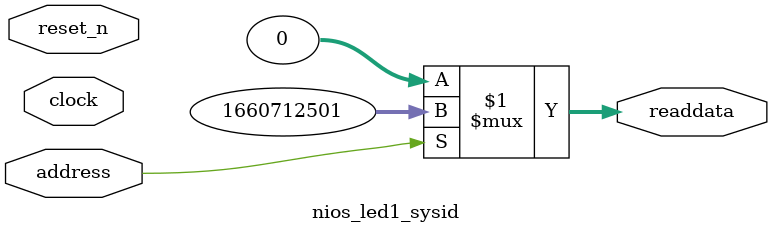
<source format=v>



// synthesis translate_off
`timescale 1ns / 1ps
// synthesis translate_on

// turn off superfluous verilog processor warnings 
// altera message_level Level1 
// altera message_off 10034 10035 10036 10037 10230 10240 10030 

module nios_led1_sysid (
               // inputs:
                address,
                clock,
                reset_n,

               // outputs:
                readdata
             )
;

  output  [ 31: 0] readdata;
  input            address;
  input            clock;
  input            reset_n;

  wire    [ 31: 0] readdata;
  //control_slave, which is an e_avalon_slave
  assign readdata = address ? 1660712501 : 0;

endmodule



</source>
